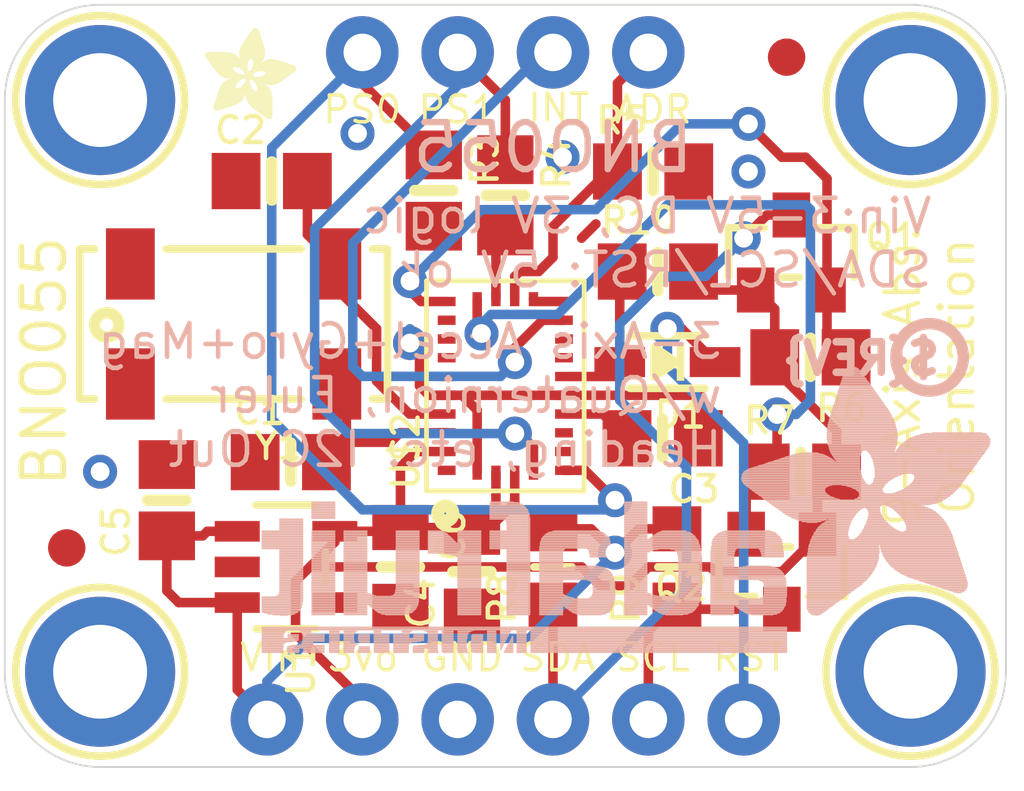
<source format=kicad_pcb>
(kicad_pcb (version 20221018) (generator pcbnew)
  (layers (0 "F.Cu" signal) (31 "B.Cu" signal) (34 "B.Paste" user) (35 "F.Paste" user) (36 "B.SilkS" user "B.Silkscreen") (37 "F.SilkS" user "F.Silkscreen") (38 "B.Mask" user) (39 "F.Mask" user) (44 "Edge.Cuts" user))
  (net 0 "")
  (net 1 "PS1_3V")
  (net 2 "PS0_3V")
  (net 3 "NRESET_3V")
  (net 4 "INT_3V")
  (net 5 "GND")
  (net 6 "I2CADDR_3V")
  (net 7 "SDA_3V")
  (net 8 "SCL_3V")
  (net 9 "N$1")
  (net 10 "N$2")
  (net 11 "N$3")
  (net 12 "5.0V")
  (net 13 "SDA_5V")
  (net 14 "SCL_5V")
  (net 15 "3.3V")
  (net 16 "RST_5V")
  (footprint "Adafruit BNO055:SOT23-5" (layer "F.Cu") (at 142.6591 109.8296 -90)
    (fp_text reference "U1" (at 1.978 0 90) (layer "F.SilkS") (effects (font (size 0.692831 0.692831) (thickness 0.119969)) (justify right top)))
    (fp_text value "MIC5225-3.3")
    (pad "1" smd rect (at -0.95 1.3001 270) (size 0.55 1.2) (layers "F.Cu" "F.Paste" "F.Mask") (net 12 "5.0V"))
    (pad "2" smd rect (at 0 1.3001 270) (size 0.55 1.2) (layers "F.Cu" "F.Paste" "F.Mask") (net 5 "GND"))
    (pad "3" smd rect (at 0.95 1.3001 270) (size 0.55 1.2) (layers "F.Cu" "F.Paste" "F.Mask") (net 12 "5.0V"))
    (pad "4" smd rect (at 0.95 -1.3001 270) (size 0.55 1.2) (layers "F.Cu" "F.Paste" "F.Mask"))
    (pad "5" smd rect (at -0.95 -1.3001 270) (size 0.55 1.2) (layers "F.Cu" "F.Paste" "F.Mask") (net 15 "3.3V"))
  )
  (footprint "Adafruit BNO055:CRYSTAL_8X3.8" (layer "F.Cu") (at 141.2621 103.3526 180)
    (fp_text reference "Y1" (at -1.9 -2.854) (layer "F.SilkS") (effects (font (size 0.692831 0.692831) (thickness 0.119969)) (justify right top)))
    (fp_text value "32.768kHz")
    (pad "P$1" smd rect (at -2.75 1.6 180) (size 1.3 1.9) (layers "F.Cu" "F.Paste" "F.Mask") (net 10 "N$2"))
    (pad "P$2" smd rect (at 2.75 1.6 180) (size 1.3 1.9) (layers "F.Cu" "F.Paste" "F.Mask"))
    (pad "P$3" smd rect (at 2.75 -1.6 180) (size 1.3 1.9) (layers "F.Cu" "F.Paste" "F.Mask"))
    (pad "P$4" smd rect (at -2.75 -1.6 180) (size 1.3 1.9) (layers "F.Cu" "F.Paste" "F.Mask") (net 9 "N$1"))
  )
  (footprint "Adafruit BNO055:MOUNTINGHOLE_2.5_PLATED_THICK" (layer "F.Cu") (at 159.2961 112.6236)
    (fp_text reference "U$32" hide)
    (fp_text value "MOUNTINGHOLE2.5_THICK" hide)
    (pad "P$1" thru_hole circle (at 0 0) (size 4 4) (drill 2.5) (layers "*.Cu" "*.Mask"))
  )
  (footprint "Adafruit BNO055:MOUNTINGHOLE_2.5_PLATED_THICK" (layer "F.Cu") (at 137.7061 112.6236)
    (fp_text reference "U$30" hide)
    (fp_text value "MOUNTINGHOLE2.5_THICK" hide)
    (pad "P$1" thru_hole circle (at 0 0) (size 4 4) (drill 2.5) (layers "*.Cu" "*.Mask"))
  )
  (footprint "Adafruit BNO055:ADAFRUIT_2.5MM" (layer "F.Cu") (at 140.5001 97.8916)
    (fp_text reference "U$33" hide)
    (fp_text value "" hide)
  )
  (footprint "Adafruit BNO055:BNO055" (layer "F.Cu") (at 148.5011 105.0036 90)
    (fp_text reference "U$2" (at -2.84 -2.248 90) (layer "F.SilkS") (effects (font (size 0.692831 0.692831) (thickness 0.119969)) (justify left bottom)))
    (fp_text value "BNO055")
    (pad "1" smd rect (at -2.25 -1.5625 90) (size 0.25 0.475) (layers "F.Cu" "F.Paste" "F.Mask"))
    (pad "2" smd rect (at -2.3125 -0.75 90) (size 0.375 0.25) (layers "F.Cu" "F.Paste" "F.Mask") (net 5 "GND"))
    (pad "3" smd rect (at -2.3125 -0.25 90) (size 0.375 0.25) (layers "F.Cu" "F.Paste" "F.Mask") (net 15 "3.3V"))
    (pad "4" smd rect (at -2.3125 0.25 90) (size 0.375 0.25) (layers "F.Cu" "F.Paste" "F.Mask") (net 15 "3.3V"))
    (pad "5" smd rect (at -2.3125 0.75 90) (size 0.375 0.25) (layers "F.Cu" "F.Paste" "F.Mask") (net 1 "PS1_3V"))
    (pad "6" smd rect (at -2.25 1.5625 90) (size 0.25 0.475) (layers "F.Cu" "F.Paste" "F.Mask") (net 2 "PS0_3V"))
    (pad "7" smd rect (at -1.75 1.5625 90) (size 0.25 0.475) (layers "F.Cu" "F.Paste" "F.Mask"))
    (pad "8" smd rect (at -1.25 1.5625 90) (size 0.25 0.475) (layers "F.Cu" "F.Paste" "F.Mask"))
    (pad "9" smd rect (at -0.75 1.5625 90) (size 0.25 0.475) (layers "F.Cu" "F.Paste" "F.Mask") (net 11 "N$3"))
    (pad "10" smd rect (at -0.25 1.5625 90) (size 0.25 0.475) (layers "F.Cu" "F.Paste" "F.Mask") (net 5 "GND"))
    (pad "11" smd rect (at 0.25 1.5625 90) (size 0.25 0.475) (layers "F.Cu" "F.Paste" "F.Mask") (net 3 "NRESET_3V"))
    (pad "12" smd rect (at 0.75 1.5625 90) (size 0.25 0.475) (layers "F.Cu" "F.Paste" "F.Mask"))
    (pad "13" smd rect (at 1.25 1.5625 90) (size 0.25 0.475) (layers "F.Cu" "F.Paste" "F.Mask"))
    (pad "14" smd rect (at 1.75 1.5625 90) (size 0.25 0.475) (layers "F.Cu" "F.Paste" "F.Mask") (net 4 "INT_3V"))
    (pad "15" smd rect (at 2.25 1.5625 90) (size 0.25 0.475) (layers "F.Cu" "F.Paste" "F.Mask") (net 5 "GND"))
    (pad "16" smd rect (at 2.3125 0.75 90) (size 0.375 0.25) (layers "F.Cu" "F.Paste" "F.Mask") (net 5 "GND"))
    (pad "17" smd rect (at 2.3125 0.25 90) (size 0.375 0.25) (layers "F.Cu" "F.Paste" "F.Mask") (net 6 "I2CADDR_3V"))
    (pad "18" smd rect (at 2.3125 -0.25 90) (size 0.375 0.25) (layers "F.Cu" "F.Paste" "F.Mask") (net 5 "GND"))
    (pad "19" smd rect (at 2.3125 -0.75 90) (size 0.375 0.25) (layers "F.Cu" "F.Paste" "F.Mask") (net 8 "SCL_3V"))
    (pad "20" smd rect (at 2.25 -1.5625 90) (size 0.25 0.475) (layers "F.Cu" "F.Paste" "F.Mask") (net 7 "SDA_3V"))
    (pad "21" smd rect (at 1.75 -1.5625 90) (size 0.25 0.475) (layers "F.Cu" "F.Paste" "F.Mask"))
    (pad "22" smd rect (at 1.25 -1.5625 90) (size 0.25 0.475) (layers "F.Cu" "F.Paste" "F.Mask"))
    (pad "23" smd rect (at 0.75 -1.5625 90) (size 0.25 0.475) (layers "F.Cu" "F.Paste" "F.Mask"))
    (pad "24" smd rect (at 0.25 -1.5625 90) (size 0.25 0.475) (layers "F.Cu" "F.Paste" "F.Mask"))
    (pad "25" smd rect (at -0.25 -1.5625 90) (size 0.25 0.475) (layers "F.Cu" "F.Paste" "F.Mask") (net 5 "GND"))
    (pad "26" smd rect (at -0.75 -1.5625 90) (size 0.25 0.475) (layers "F.Cu" "F.Paste" "F.Mask") (net 10 "N$2"))
    (pad "27" smd rect (at -1.25 -1.5625 90) (size 0.25 0.475) (layers "F.Cu" "F.Paste" "F.Mask") (net 9 "N$1"))
    (pad "28" smd rect (at -1.75 -1.5625 90) (size 0.25 0.475) (layers "F.Cu" "F.Paste" "F.Mask") (net 15 "3.3V"))
  )
  (footprint "Adafruit BNO055:0805-NO" (layer "F.Cu") (at 142.2781 99.5426)
    (fp_text reference "C2" (at -1.5875 -0.9525) (layer "F.SilkS") (effects (font (size 0.692831 0.692831) (thickness 0.119969)) (justify left bottom)))
    (fp_text value "22pF")
    (pad "1" smd rect (at -0.95 0) (size 1.3 1.5) (layers "F.Cu" "F.Paste" "F.Mask") (net 5 "GND"))
    (pad "2" smd rect (at 0.95 0) (size 1.3 1.5) (layers "F.Cu" "F.Paste" "F.Mask") (net 10 "N$2"))
  )
  (footprint "Adafruit BNO055:SOD-323" (layer "F.Cu") (at 152.8191 104.3686 180)
    (fp_text reference "D1" (at -1.1 -1) (layer "F.SilkS") (effects (font (size 0.692831 0.692831) (thickness 0.119969)) (justify right top)))
    (fp_text value "1n4148")
    (pad "A" smd rect (at 1.27 0 180) (size 1.35 0.8) (layers "F.Cu" "F.Paste" "F.Mask") (net 3 "NRESET_3V"))
    (pad "C" smd rect (at -1.27 0 180) (size 1.35 0.8) (layers "F.Cu" "F.Paste" "F.Mask") (net 16 "RST_5V"))
  )
  (footprint "Adafruit BNO055:0805-NO" (layer "F.Cu") (at 152.5651 101.9556)
    (fp_text reference "R10" (at -1.5875 -0.9525) (layer "F.SilkS") (effects (font (size 0.692831 0.692831) (thickness 0.119969)) (justify left bottom)))
    (fp_text value "10K")
    (pad "1" smd rect (at -0.95 0) (size 1.3 1.5) (layers "F.Cu" "F.Paste" "F.Mask") (net 3 "NRESET_3V"))
    (pad "2" smd rect (at 0.95 0) (size 1.3 1.5) (layers "F.Cu" "F.Paste" "F.Mask") (net 15 "3.3V"))
  )
  (footprint "Adafruit BNO055:0805-NO" (layer "F.Cu") (at 152.4381 99.2886)
    (fp_text reference "R5" (at -1.5875 -0.9525) (layer "F.SilkS") (effects (font (size 0.692831 0.692831) (thickness 0.119969)) (justify left bottom)))
    (fp_text value "10K")
    (pad "1" smd rect (at -0.95 0) (size 1.3 1.5) (layers "F.Cu" "F.Paste" "F.Mask") (net 6 "I2CADDR_3V"))
    (pad "2" smd rect (at 0.95 0) (size 1.3 1.5) (layers "F.Cu" "F.Paste" "F.Mask") (net 5 "GND"))
  )
  (footprint "Adafruit BNO055:0805_10MGAP" (layer "F.Cu") (at 147.6121 109.9566 90)
    (fp_text reference "C4" (at -1.5875 -0.9525 90) (layer "F.SilkS") (effects (font (size 0.692831 0.692831) (thickness 0.119969)) (justify left bottom)))
    (fp_text value "0.1uF")
    (pad "1" smd rect (at -1.05 0 90) (size 1.2 1.5) (layers "F.Cu" "F.Paste" "F.Mask") (net 5 "GND"))
    (pad "2" smd rect (at 1.05 0 90) (size 1.2 1.5) (layers "F.Cu" "F.Paste" "F.Mask") (net 15 "3.3V"))
  )
  (footprint "Adafruit BNO055:FIDUCIAL_1MM" (layer "F.Cu") (at 136.8171 109.3216)
    (fp_text reference "FID2" hide)
    (fp_text value "FIDUCIAL\"\"" hide)
    (pad "1" smd roundrect (at 0 0) (size 1 1) (layers "F.Cu" "F.Mask") (roundrect_rratio 0.5))
  )
  (footprint "Adafruit BNO055:_0805MP" (layer "F.Cu") (at 149.7711 109.8296 90)
    (fp_text reference "R8" (at -1.5875 -0.9525 90) (layer "F.SilkS") (effects (font (size 0.692831 0.692831) (thickness 0.119969)) (justify left bottom)))
    (fp_text value "10K")
    (pad "1" smd rect (at -1.016 0 90) (size 1.2 1.3) (layers "F.Cu" "F.Paste" "F.Mask") (net 13 "SDA_5V"))
    (pad "2" smd rect (at 1.016 0 90) (size 1.2 1.3) (layers "F.Cu" "F.Paste" "F.Mask") (net 12 "5.0V"))
  )
  (footprint "Adafruit BNO055:MOUNTINGHOLE_2.5_PLATED_THICK" (layer "F.Cu") (at 137.7061 97.3836)
    (fp_text reference "U$29" hide)
    (fp_text value "MOUNTINGHOLE2.5_THICK" hide)
    (pad "P$1" thru_hole circle (at 0 0) (size 4 4) (drill 2.5) (layers "*.Cu" "*.Mask"))
  )
  (footprint "Adafruit BNO055:0805-NO" (layer "F.Cu") (at 142.7861 107.0356)
    (fp_text reference "C1" (at -1.5875 -0.9525) (layer "F.SilkS") (effects (font (size 0.692831 0.692831) (thickness 0.119969)) (justify left bottom)))
    (fp_text value "22pF")
    (pad "1" smd rect (at -0.95 0) (size 1.3 1.5) (layers "F.Cu" "F.Paste" "F.Mask") (net 5 "GND"))
    (pad "2" smd rect (at 0.95 0) (size 1.3 1.5) (layers "F.Cu" "F.Paste" "F.Mask") (net 9 "N$1"))
  )
  (footprint "Adafruit BNO055:1X04_ROUND_76" (layer "F.Cu") (at 148.5011 96.1136)
    (fp_text reference "JP2" hide)
    (fp_text value "")
    (pad "1" thru_hole circle (at -3.81 0 90) (size 1.9304 1.9304) (drill 1) (layers "*.Cu" "*.Mask") (net 2 "PS0_3V"))
    (pad "2" thru_hole circle (at -1.27 0 90) (size 1.9304 1.9304) (drill 1) (layers "*.Cu" "*.Mask") (net 1 "PS1_3V"))
    (pad "3" thru_hole circle (at 1.27 0 90) (size 1.9304 1.9304) (drill 1) (layers "*.Cu" "*.Mask") (net 4 "INT_3V"))
    (pad "4" thru_hole circle (at 3.81 0 90) (size 1.9304 1.9304) (drill 1) (layers "*.Cu" "*.Mask") (net 6 "I2CADDR_3V"))
  )
  (footprint "Adafruit BNO055:_0805MP" (layer "F.Cu") (at 153.0731 109.8296 90)
    (fp_text reference "R9" (at -1.5875 -0.9525 90) (layer "F.SilkS") (effects (font (size 0.692831 0.692831) (thickness 0.119969)) (justify left bottom)))
    (fp_text value "10K")
    (pad "1" smd rect (at -1.016 0 90) (size 1.2 1.3) (layers "F.Cu" "F.Paste" "F.Mask") (net 14 "SCL_5V"))
    (pad "2" smd rect (at 1.016 0 90) (size 1.2 1.3) (layers "F.Cu" "F.Paste" "F.Mask") (net 12 "5.0V"))
  )
  (footprint "Adafruit BNO055:0805-NO" (layer "F.Cu") (at 156.3751 107.2896)
    (fp_text reference "R7" (at -1.5875 -0.9525) (layer "F.SilkS") (effects (font (size 0.692831 0.692831) (thickness 0.119969)) (justify left bottom)))
    (fp_text value "10K")
    (pad "1" smd rect (at -0.95 0) (size 1.3 1.5) (layers "F.Cu" "F.Paste" "F.Mask") (net 8 "SCL_3V"))
    (pad "2" smd rect (at 0.95 0) (size 1.3 1.5) (layers "F.Cu" "F.Paste" "F.Mask") (net 15 "3.3V"))
  )
  (footprint "Adafruit BNO055:0805-NO" (layer "F.Cu") (at 146.5961 99.7966 -90)
    (fp_text reference "R3" (at -1.5875 -0.9525 90) (layer "F.SilkS") (effects (font (size 0.692831 0.692831) (thickness 0.119969)) (justify right top)))
    (fp_text value "10K")
    (pad "1" smd rect (at -0.95 0 270) (size 1.3 1.5) (layers "F.Cu" "F.Paste" "F.Mask") (net 2 "PS0_3V"))
    (pad "2" smd rect (at 0.95 0 270) (size 1.3 1.5) (layers "F.Cu" "F.Paste" "F.Mask") (net 5 "GND"))
  )
  (footprint "Adafruit BNO055:0805_10MGAP" (layer "F.Cu") (at 145.7071 109.8296 -90)
    (fp_text reference "C6" (at -1.5875 -0.9525 90) (layer "F.SilkS") (effects (font (size 0.692831 0.692831) (thickness 0.119969)) (justify right top)))
    (fp_text value "10uF")
    (pad "1" smd rect (at -1.05 0 270) (size 1.2 1.5) (layers "F.Cu" "F.Paste" "F.Mask") (net 15 "3.3V"))
    (pad "2" smd rect (at 1.05 0 270) (size 1.2 1.5) (layers "F.Cu" "F.Paste" "F.Mask") (net 5 "GND"))
  )
  (footprint "Adafruit BNO055:MOUNTINGHOLE_2.5_PLATED_THICK" (layer "F.Cu") (at 159.2961 97.3836)
    (fp_text reference "U$31" hide)
    (fp_text value "MOUNTINGHOLE2.5_THICK" hide)
    (pad "P$1" thru_hole circle (at 0 0) (size 4 4) (drill 2.5) (layers "*.Cu" "*.Mask"))
  )
  (footprint "Adafruit BNO055:SOT23-WIDE" (layer "F.Cu") (at 155.8671 109.9566 180)
    (fp_text reference "Q2" (at 1.905 0) (layer "F.SilkS") (effects (font (size 0.692831 0.692831) (thickness 0.119969)) (justify right top)))
    (fp_text value "BSS138")
    (pad "1" smd rect (at -0.95 1 180) (size 1 1.2) (layers "F.Cu" "F.Paste" "F.Mask") (net 15 "3.3V"))
    (pad "2" smd rect (at 0.95 1 180) (size 1 1.2) (layers "F.Cu" "F.Paste" "F.Mask") (net 8 "SCL_3V"))
    (pad "3" smd rect (at 0 -1 180) (size 1 1.2) (layers "F.Cu" "F.Paste" "F.Mask") (net 14 "SCL_5V"))
  )
  (footprint "Adafruit BNO055:0805-NO" (layer "F.Cu") (at 152.6921 106.4006 180)
    (fp_text reference "C3" (at -1.5875 -0.9525) (layer "F.SilkS") (effects (font (size 0.692831 0.692831) (thickness 0.119969)) (justify right top)))
    (fp_text value "0.1uF")
    (pad "1" smd rect (at -0.95 0 180) (size 1.3 1.5) (layers "F.Cu" "F.Paste" "F.Mask") (net 5 "GND"))
    (pad "2" smd rect (at 0.95 0 180) (size 1.3 1.5) (layers "F.Cu" "F.Paste" "F.Mask") (net 11 "N$3"))
  )
  (footprint "Adafruit BNO055:0805-NO" (layer "F.Cu") (at 148.5011 99.9236 -90)
    (fp_text reference "R4" (at -1.5875 -0.9525 90) (layer "F.SilkS") (effects (font (size 0.692831 0.692831) (thickness 0.119969)) (justify right top)))
    (fp_text value "10K")
    (pad "1" smd rect (at -0.95 0 270) (size 1.3 1.5) (layers "F.Cu" "F.Paste" "F.Mask") (net 1 "PS1_3V"))
    (pad "2" smd rect (at 0.95 0 270) (size 1.3 1.5) (layers "F.Cu" "F.Paste" "F.Mask") (net 5 "GND"))
  )
  (footprint "Adafruit BNO055:1X06_ROUND_76" (layer "F.Cu") (at 148.5011 113.8936)
    (fp_text reference "JP1" hide)
    (fp_text value "")
    (pad "1" thru_hole circle (at -6.35 0 90) (size 1.9304 1.9304) (drill 1) (layers "*.Cu" "*.Mask") (net 12 "5.0V"))
    (pad "2" thru_hole circle (at -3.81 0 90) (size 1.9304 1.9304) (drill 1) (layers "*.Cu" "*.Mask") (net 15 "3.3V"))
    (pad "3" thru_hole circle (at -1.27 0 90) (size 1.9304 1.9304) (drill 1) (layers "*.Cu" "*.Mask") (net 5 "GND"))
    (pad "4" thru_hole circle (at 1.27 0 90) (size 1.9304 1.9304) (drill 1) (layers "*.Cu" "*.Mask") (net 13 "SDA_5V"))
    (pad "5" thru_hole circle (at 3.81 0 90) (size 1.9304 1.9304) (drill 1) (layers "*.Cu" "*.Mask") (net 14 "SCL_5V"))
    (pad "6" thru_hole circle (at 6.35 0 90) (size 1.9304 1.9304) (drill 1) (layers "*.Cu" "*.Mask") (net 16 "RST_5V"))
  )
  (footprint "Adafruit BNO055:SOT23-WIDE" (layer "F.Cu") (at 156.1211 101.4476)
    (fp_text reference "Q1" (at 1.905 0) (layer "F.SilkS") (effects (font (size 0.692831 0.692831) (thickness 0.119969)) (justify left bottom)))
    (fp_text value "BSS138")
    (pad "1" smd rect (at -0.95 1) (size 1 1.2) (layers "F.Cu" "F.Paste" "F.Mask") (net 15 "3.3V"))
    (pad "2" smd rect (at 0.95 1) (size 1 1.2) (layers "F.Cu" "F.Paste" "F.Mask") (net 7 "SDA_3V"))
    (pad "3" smd rect (at 0 -1) (size 1 1.2) (layers "F.Cu" "F.Paste" "F.Mask") (net 13 "SDA_5V"))
  )
  (footprint "Adafruit BNO055:0805-NO" (layer "F.Cu") (at 139.4841 108.0516 90)
    (fp_text reference "C5" (at -1.5875 -0.9525 90) (layer "F.SilkS") (effects (font (size 0.692831 0.692831) (thickness 0.119969)) (justify left bottom)))
    (fp_text value "10uF")
    (pad "1" smd rect (at -0.95 0 90) (size 1.3 1.5) (layers "F.Cu" "F.Paste" "F.Mask") (net 12 "5.0V"))
    (pad "2" smd rect (at 0.95 0 90) (size 1.3 1.5) (layers "F.Cu" "F.Paste" "F.Mask") (net 5 "GND"))
  )
  (footprint "Adafruit BNO055:FIDUCIAL_1MM" (layer "F.Cu") (at 155.9941 96.2406)
    (fp_text reference "FID1" hide)
    (fp_text value "FIDUCIAL\"\"" hide)
    (pad "1" smd roundrect (at 0 0) (size 1 1) (layers "F.Cu" "F.Mask") (roundrect_rratio 0.5))
  )
  (footprint "Adafruit BNO055:0805-NO" (layer "F.Cu") (at 156.6291 104.2416 180)
    (fp_text reference "R6" (at -1.5875 -0.9525) (layer "F.SilkS") (effects (font (size 0.692831 0.692831) (thickness 0.119969)) (justify right top)))
    (fp_text value "10K")
    (pad "1" smd rect (at -0.95 0 180) (size 1.3 1.5) (layers "F.Cu" "F.Paste" "F.Mask") (net 7 "SDA_3V"))
    (pad "2" smd rect (at 0.95 0 180) (size 1.3 1.5) (layers "F.Cu" "F.Paste" "F.Mask") (net 15 "3.3V"))
  )
  (footprint "Adafruit BNO055:PCBFEAT-REV-040" (layer "B.Cu") (at 159.8041 104.2416 180)
    (fp_text reference "U$3" hide)
    (fp_text value "" hide)
    (fp_text user "${REV}" (at -0.3556 -0.508) (layer "B.SilkS") (effects (font (size 0.8128 0.8128) (thickness 0.2032)) (justify left bottom mirror)))
  )
  (footprint "Adafruit BNO055:ADAFRUIT_TEXT_20MM" (layer "B.Cu") (at 161.5821 112.1156 180)
    (fp_text reference "U$28" hide)
    (fp_text value "" hide)
  )
  (gr_line (start 135.1661 112.6236) (end 135.1661 97.3836) (stroke (width 0.05)) (layer "Edge.Cuts"))
  (gr_arc (start 137.7061 115.1636) (mid 135.910049 114.419651) (end 135.1661 112.6236) (stroke (width 0.05)) (layer "Edge.Cuts"))
  (gr_arc (start 161.8361 112.6236) (mid 161.092151 114.419651) (end 159.2961 115.1636) (stroke (width 0.05)) (layer "Edge.Cuts"))
  (gr_line (start 159.2961 115.1636) (end 137.7061 115.1636) (stroke (width 0.05)) (layer "Edge.Cuts"))
  (gr_arc (start 159.2961 94.8436) (mid 161.092151 95.587549) (end 161.8361 97.3836) (stroke (width 0.05)) (layer "Edge.Cuts"))
  (gr_line (start 161.8361 97.3836) (end 161.8361 112.6236) (stroke (width 0.05)) (layer "Edge.Cuts"))
  (gr_line (start 137.7061 94.8436) (end 159.2961 94.8436) (stroke (width 0.05)) (layer "Edge.Cuts"))
  (gr_arc (start 135.1661 97.3836) (mid 135.910049 95.587549) (end 137.7061 94.8436) (stroke (width 0.05)) (layer "Edge.Cuts"))
  (gr_text "Vin:3-5V DC, 3V logic\nSDA/SCL/RST: 5V ok" (at 159.9311 101.1936) (layer "B.SilkS") (effects (font (size 0.89408 0.89408) (thickness 0.12192)) (justify left mirror)))
  (gr_text "BNO055" (at 149.7711 98.6536) (layer "B.SilkS") (effects (font (size 1.251712 1.251712) (thickness 0.170688)) (justify mirror)))
  (gr_text "3-Axis Accel+Gyro+Mag\nw/Quaternion, Euler\nHeading, etc. I2C Out" (at 154.3431 105.2576) (layer "B.SilkS") (effects (font (size 0.89408 0.89408) (thickness 0.12192)) (justify left mirror)))
  (gr_text "PS0" (at 144.6861 97.6376) (layer "F.SilkS") (effects (font (size 0.715264 0.715264) (thickness 0.097536))))
  (gr_text "Vin" (at 142.2401 112.2426) (layer "F.SilkS") (effects (font (size 0.715264 0.715264) (thickness 0.097536))))
  (gr_text "GND" (at 147.3531 112.2426) (layer "F.SilkS") (effects (font (size 0.715264 0.715264) (thickness 0.097536))))
  (gr_text "9-Axis Abs.\nOrientation" (at 159.8041 104.7496 90) (layer "F.SilkS") (effects (font (size 0.89408 0.89408) (thickness 0.12192))))
  (gr_text "BNO055" (at 136.2161 104.3466 90) (layer "F.SilkS") (effects (font (size 1.1176 1.1176) (thickness 0.1524))))
  (gr_text "PS1" (at 147.2261 97.6376) (layer "F.SilkS") (effects (font (size 0.715264 0.715264) (thickness 0.097536))))
  (gr_text "SCL" (at 152.4331 112.2426) (layer "F.SilkS") (effects (font (size 0.715264 0.715264) (thickness 0.097536))))
  (gr_text "SDA" (at 149.8931 112.2426) (layer "F.SilkS") (effects (font (size 0.715264 0.715264) (thickness 0.097536))))
  (gr_text "RST" (at 155.0131 112.2426) (layer "F.SilkS") (effects (font (size 0.715264 0.715264) (thickness 0.097536))))
  (gr_text "3vo" (at 144.7131 112.2426) (layer "F.SilkS") (effects (font (size 0.715264 0.715264) (thickness 0.097536))))
  (gr_text "ADR" (at 152.4471 97.6376) (layer "F.SilkS") (effects (font (size 0.715264 0.715264) (thickness 0.097536))))
  (gr_text "INT" (at 149.9241 97.5896) (layer "F.SilkS") (effects (font (size 0.715264 0.715264) (thickness 0.097536))))
  (segment (start 149.2511 107.3161) (end 149.2511 106.6426) (width 0.254) (layer "F.Cu") (net 1))
  (segment (start 149.2511 106.6426) (end 148.8821 106.2736) (width 0.254) (layer "F.Cu") (net 1))
  (segment (start 147.2311 96.1136) (end 148.5011 97.3836) (width 0.254) (layer "F.Cu") (net 1))
  (segment (start 148.8821 106.2736) (end 148.7551 106.2736) (width 0.254) (layer "F.Cu") (net 1))
  (segment (start 148.5011 97.3836) (end 148.5011 98.9736) (width 0.254) (layer "F.Cu") (net 1))
  (via (at 148.7551 106.2736) (size 0.9064) (drill 0.5) (layers "F.Cu" "B.Cu") (net 1))
  (segment (start 143.4211 100.8126) (end 147.2311 97.0026) (width 0.254) (layer "B.Cu") (net 1))
  (segment (start 148.7551 106.2736) (end 144.3101 106.2736) (width 0.254) (layer "B.Cu") (net 1))
  (segment (start 143.4211 105.3846) (end 143.4211 100.8126) (width 0.254) (layer "B.Cu") (net 1))
  (segment (start 147.2311 97.0026) (end 147.2311 96.1136) (width 0.254) (layer "B.Cu") (net 1))
  (segment (start 144.3101 106.2736) (end 143.4211 105.3846) (width 0.254) (layer "B.Cu") (net 1))
  (segment (start 144.6911 96.1136) (end 144.6911 96.9416) (width 0.254) (layer "F.Cu") (net 2))
  (segment (start 144.6911 96.9416) (end 146.5961 98.8466) (width 0.254) (layer "F.Cu") (net 2))
  (segment (start 150.6241 107.2536) (end 151.4221 108.0516) (width 0.254) (layer "F.Cu") (net 2))
  (segment (start 150.0636 107.2536) (end 150.6241 107.2536) (width 0.254) (layer "F.Cu") (net 2))
  (via (at 151.4221 108.0516) (size 0.9064) (drill 0.5) (layers "F.Cu" "B.Cu") (net 2))
  (segment (start 151.1681 108.3056) (end 151.4221 108.0516) (width 0.254) (layer "B.Cu") (net 2))
  (segment (start 144.6911 96.2406) (end 142.2781 98.6536) (width 0.254) (layer "B.Cu") (net 2))
  (segment (start 142.2781 105.8926) (end 144.6911 108.3056) (width 0.254) (layer "B.Cu") (net 2))
  (segment (start 144.6911 108.3056) (end 151.1681 108.3056) (width 0.254) (layer "B.Cu") (net 2))
  (segment (start 144.6911 96.1136) (end 144.6911 96.2406) (width 0.254) (layer "B.Cu") (net 2))
  (segment (start 142.2781 98.6536) (end 142.2781 105.8926) (width 0.254) (layer "B.Cu") (net 2))
  (segment (start 151.5491 104.6226) (end 151.5491 104.3686) (width 0.254) (layer "F.Cu") (net 3))
  (segment (start 151.6151 101.9556) (end 151.5491 101.8896) (width 0.254) (layer "F.Cu") (net 3))
  (segment (start 150.0636 104.7536) (end 151.4181 104.7536) (width 0.254) (layer "F.Cu") (net 3))
  (segment (start 151.5491 101.8896) (end 151.5491 104.3686) (width 0.254) (layer "F.Cu") (net 3))
  (segment (start 151.4181 104.7536) (end 151.5491 104.6226) (width 0.254) (layer "F.Cu") (net 3))
  (segment (start 149.4891 103.2536) (end 148.7551 103.9876) (width 0.254) (layer "F.Cu") (net 4))
  (segment (start 148.7551 103.9876) (end 148.7551 104.3686) (width 0.254) (layer "F.Cu") (net 4))
  (segment (start 150.0636 103.2536) (end 149.4891 103.2536) (width 0.254) (layer "F.Cu") (net 4))
  (via (at 148.7551 104.3686) (size 0.9064) (drill 0.5) (layers "F.Cu" "B.Cu") (net 4))
  (segment (start 144.4371 101.1936) (end 149.5171 96.1136) (width 0.254) (layer "B.Cu") (net 4))
  (segment (start 144.4371 104.4956) (end 144.4371 101.1936) (width 0.254) (layer "B.Cu") (net 4))
  (segment (start 148.3741 104.7496) (end 148.7551 104.3686) (width 0.254) (layer "B.Cu") (net 4))
  (segment (start 144.6911 104.7496) (end 144.4371 104.4956) (width 0.254) (layer "B.Cu") (net 4))
  (segment (start 144.6911 104.7496) (end 148.3741 104.7496) (width 0.254) (layer "B.Cu") (net 4))
  (segment (start 149.5171 96.1136) (end 149.7711 96.1136) (width 0.254) (layer "B.Cu") (net 4))
  (segment (start 150.0636 105.2536) (end 153.7041 105.2536) (width 0.254) (layer "F.Cu") (net 5))
  (segment (start 153.7081 105.2576) (end 153.7081 106.3346) (width 0.254) (layer "F.Cu") (net 5))
  (segment (start 150.0636 105.2536) (end 147.4891 105.2536) (width 0.254) (layer "F.Cu") (net 5))
  (segment (start 146.9386 105.2536) (end 146.4651 105.2536) (width 0.254) (layer "F.Cu") (net 5))
  (segment (start 147.3541 105.2536) (end 146.9386 105.2536) (width 0.254) (layer "F.Cu") (net 5))
  (segment (start 149.2511 102.6911) (end 149.3136 102.7536) (width 0.254) (layer "F.Cu") (net 5))
  (segment (start 153.0731 99.2886) (end 153.3881 99.2886) (width 0.254) (layer "F.Cu") (net 5))
  (segment (start 148.2511 101.1236) (end 148.5011 100.8736) (width 0.254) (layer "F.Cu") (net 5))
  (segment (start 146.4651 105.2536) (end 146.2151 105.0036) (width 0.254) (layer "F.Cu") (net 5))
  (segment (start 149.3136 102.7536) (end 150.0636 102.7536) (width 0.254) (layer "F.Cu") (net 5))
  (segment (start 153.7081 106.3346) (end 153.6421 106.4006) (width 0.254) (layer "F.Cu") (net 5))
  (segment (start 147.4216 105.3211) (end 147.3541 105.2536) (width 0.254) (layer "F.Cu") (net 5))
  (segment (start 147.7511 105.6506) (end 147.4216 105.3211) (width 0.254) (layer "F.Cu") (net 5))
  (segment (start 150.5331 101.0666) (end 150.9141 100.6856) (width 0.254) (layer "F.Cu") (net 5))
  (segment (start 148.2511 102.6911) (end 148.2511 101.1236) (width 0.254) (layer "F.Cu") (net 5))
  (segment (start 146.2151 105.0036) (end 146.2151 103.9876) (width 0.254) (layer "F.Cu") (net 5))
  (segment (start 147.4891 105.2536) (end 147.4216 105.3211) (width 0.254) (layer "F.Cu") (net 5))
  (segment (start 153.7041 105.2536) (end 153.7081 105.2576) (width 0.254) (layer "F.Cu") (net 5))
  (segment (start 147.7511 107.3161) (end 147.7511 105.6506) (width 0.254) (layer "F.Cu") (net 5))
  (via (at 137.7061 107.2896) (size 0.9064) (drill 0.5) (layers "F.Cu" "B.Cu") (net 5))
  (via (at 144.5641 98.2726) (size 0.9064) (drill 0.5) (layers "F.Cu" "B.Cu") (net 5))
  (via (at 154.9781 99.2886) (size 0.9064) (drill 0.5) (layers "F.Cu" "B.Cu") (net 5))
  (via (at 150.0251 98.9076) (size 0.9064) (drill 0.5) (layers "F.Cu" "B.Cu") (net 5))
  (via (at 145.9611 103.8606) (size 0.9064) (drill 0.5) (layers "F.Cu" "B.Cu") (net 5))
  (segment (start 146.0881 103.6066) (end 145.9611 103.4796) (width 0.254) (layer "B.Cu") (net 5))
  (segment (start 151.2341 99.2886) (end 151.4881 99.2886) (width 0.254) (layer "F.Cu") (net 6))
  (segment (start 148.7511 102.0866) (end 148.7511 102.6911) (width 0.254) (layer "F.Cu") (net 6))
  (segment (start 149.3901 101.9556) (end 149.7711 101.5746) (width 0.254) (layer "F.Cu") (net 6))
  (segment (start 149.7711 101.5746) (end 149.7711 100.7516) (width 0.254) (layer "F.Cu") (net 6))
  (segment (start 149.3901 101.9556) (end 148.8821 101.9556) (width 0.254) (layer "F.Cu") (net 6))
  (segment (start 151.4881 99.2886) (end 151.4881 96.9366) (width 0.254) (layer "F.Cu") (net 6))
  (segment (start 151.4881 96.9366) (end 152.3111 96.1136) (width 0.254) (layer "F.Cu") (net 6))
  (segment (start 148.8821 101.9556) (end 148.7511 102.0866) (width 0.254) (layer "F.Cu") (net 6))
  (segment (start 149.7711 100.7516) (end 151.2341 99.2886) (width 0.254) (layer "F.Cu") (net 6))
  (segment (start 157.0711 102.4476) (end 157.0711 99.4766) (width 0.254) (layer "F.Cu") (net 7))
  (segment (start 145.9611 102.4636) (end 145.9611 102.2096) (width 0.254) (layer "F.Cu") (net 7))
  (segment (start 146.2511 102.7536) (end 145.9611 102.4636) (width 0.254) (layer "F.Cu") (net 7))
  (segment (start 157.0711 99.4766) (end 156.5021 98.9076) (width 0.254) (layer "F.Cu") (net 7))
  (segment (start 157.0711 103.7336) (end 157.0711 102.4476) (width 0.254) (layer "F.Cu") (net 7))
  (segment (start 157.5791 104.2416) (end 157.0711 103.7336) (width 0.254) (layer "F.Cu") (net 7))
  (segment (start 156.5021 98.9076) (end 155.8671 98.9076) (width 0.254) (layer "F.Cu") (net 7))
  (segment (start 155.8671 98.9076) (end 154.9781 98.0186) (width 0.254) (layer "F.Cu") (net 7))
  (segment (start 146.9386 102.7536) (end 146.2511 102.7536) (width 0.254) (layer "F.Cu") (net 7))
  (via (at 154.9781 98.0186) (size 0.9064) (drill 0.5) (layers "F.Cu" "B.Cu") (net 7))
  (via (at 145.9611 102.2096) (size 0.9064) (drill 0.5) (layers "F.Cu" "B.Cu") (net 7))
  (segment (start 150.9141 100.3046) (end 153.2001 98.0186) (width 0.254) (layer "B.Cu") (net 7))
  (segment (start 147.8661 100.3046) (end 145.9611 102.2096) (width 0.254) (layer "B.Cu") (net 7))
  (segment (start 147.8661 100.3046) (end 150.9141 100.3046) (width 0.254) (layer "B.Cu") (net 7))
  (segment (start 153.2001 98.0186) (end 154.9781 98.0186) (width 0.254) (layer "B.Cu") (net 7))
  (segment (start 147.7511 103.4916) (end 147.8661 103.6066) (width 0.254) (layer "F.Cu") (net 8))
  (segment (start 155.7401 105.7656) (end 155.7401 107.2236) (width 0.254) (layer "F.Cu") (net 8))
  (segment (start 154.9171 107.7976) (end 154.9171 108.9566) (width 0.254) (layer "F.Cu") (net 8))
  (segment (start 155.7401 107.2236) (end 155.6741 107.2896) (width 0.254) (layer "F.Cu") (net 8))
  (segment (start 155.6741 107.2896) (end 155.4251 107.2896) (width 0.254) (layer "F.Cu") (net 8))
  (segment (start 147.7511 102.6911) (end 147.7511 103.4916) (width 0.254) (layer "F.Cu") (net 8))
  (segment (start 155.4251 107.2896) (end 154.9171 107.7976) (width 0.254) (layer "F.Cu") (net 8))
  (via (at 147.8661 103.6066) (size 0.9064) (drill 0.5) (layers "F.Cu" "B.Cu") (net 8))
  (via (at 155.7401 105.7656) (size 0.9064) (drill 0.5) (layers "F.Cu" "B.Cu") (net 8))
  (segment (start 147.8661 103.6066) (end 147.8661 103.3526) (width 0.254) (layer "B.Cu") (net 8))
  (segment (start 156.2481 105.7656) (end 155.7401 105.7656) (width 0.254) (layer "B.Cu") (net 8))
  (segment (start 148.1201 103.0986) (end 149.8981 103.0986) (width 0.254) (layer "B.Cu") (net 8))
  (segment (start 147.8661 103.3526) (end 148.1201 103.0986) (width 0.254) (layer "B.Cu") (net 8))
  (segment (start 149.8981 103.0986) (end 152.8191 100.1776) (width 0.254) (layer "B.Cu") (net 8))
  (segment (start 156.6291 100.3046) (end 156.6291 105.3846) (width 0.254) (layer "B.Cu") (net 8))
  (segment (start 156.5021 100.1776) (end 156.6291 100.3046) (width 0.254) (layer "B.Cu") (net 8))
  (segment (start 152.8191 100.1776) (end 156.5021 100.1776) (width 0.254) (layer "B.Cu") (net 8))
  (segment (start 156.6291 105.3846) (end 156.2481 105.7656) (width 0.254) (layer "B.Cu") (net 8))
  (segment (start 146.9386 106.2536) (end 145.6941 106.2536) (width 0.254) (layer "F.Cu") (net 9))
  (segment (start 144.0121 104.9526) (end 144.2661 105.2066) (width 0.254) (layer "F.Cu") (net 9))
  (segment (start 144.2661 106.5056) (end 143.7361 107.0356) (width 0.254) (layer "F.Cu") (net 9))
  (segment (start 145.4421 106.5056) (end 144.2661 106.5056) (width 0.254) (layer "F.Cu") (net 9))
  (segment (start 145.6941 106.2536) (end 145.4421 106.5056) (width 0.254) (layer "F.Cu") (net 9))
  (segment (start 144.2661 105.2066) (end 144.2661 106.5056) (width 0.254) (layer "F.Cu") (net 9))
  (segment (start 145.0721 104.8766) (end 145.0721 103.4796) (width 0.254) (layer "F.Cu") (net 10))
  (segment (start 145.9491 105.7536) (end 145.0721 104.8766) (width 0.254) (layer "F.Cu") (net 10))
  (segment (start 144.0121 102.4196) (end 144.0121 101.7526) (width 0.254) (layer "F.Cu") (net 10))
  (segment (start 143.2281 100.9686) (end 143.2281 99.5426) (width 0.254) (layer "F.Cu") (net 10))
  (segment (start 143.2281 100.9686) (end 144.0121 101.7526) (width 0.254) (layer "F.Cu") (net 10))
  (segment (start 146.9386 105.7536) (end 145.9491 105.7536) (width 0.254) (layer "F.Cu") (net 10))
  (segment (start 145.0721 103.4796) (end 144.0121 102.4196) (width 0.254) (layer "F.Cu") (net 10))
  (segment (start 151.0951 105.7536) (end 151.7421 106.4006) (width 0.254) (layer "F.Cu") (net 11))
  (segment (start 150.0636 105.7536) (end 151.0951 105.7536) (width 0.254) (layer "F.Cu") (net 11))
  (segment (start 142.1511 113.8936) (end 141.359 113.1015) (width 0.254) (layer "F.Cu") (net 12))
  (segment (start 139.4841 110.4646) (end 139.4841 109.0016) (width 0.254) (layer "F.Cu") (net 12))
  (segment (start 149.7711 108.8136) (end 150.7871 108.8136) (width 0.254) (layer "F.Cu") (net 12))
  (segment (start 150.7871 108.8136) (end 151.4221 109.4486) (width 0.254) (layer "F.Cu") (net 12))
  (segment (start 140.4391 109.0016) (end 139.4841 109.0016) (width 0.254) (layer "F.Cu") (net 12))
  (segment (start 140.5611 108.8796) (end 140.4391 109.0016) (width 0.254) (layer "F.Cu") (net 12))
  (segment (start 153.0731 108.8136) (end 152.0571 108.8136) (width 0.254) (layer "F.Cu") (net 12))
  (segment (start 141.359 110.7796) (end 139.7991 110.7796) (width 0.254) (layer "F.Cu") (net 12))
  (segment (start 141.359 108.8796) (end 140.5611 108.8796) (width 0.254) (layer "F.Cu") (net 12))
  (segment (start 141.359 113.1015) (end 141.359 110.7796) (width 0.254) (layer "F.Cu") (net 12))
  (segment (start 139.7991 110.7796) (end 139.4841 110.4646) (width 0.254) (layer "F.Cu") (net 12))
  (segment (start 152.0571 108.8136) (end 151.4221 109.4486) (width 0.254) (layer "F.Cu") (net 12))
  (via (at 151.4221 109.4486) (size 0.9064) (drill 0.5) (layers "F.Cu" "B.Cu") (net 12))
  (segment (start 142.1511 112.8776) (end 142.1511 113.8936) (width 0.254) (layer "B.Cu") (net 12))
  (segment (start 149.1361 111.7346) (end 143.2941 111.7346) (width 0.254) (layer "B.Cu") (net 12))
  (segment (start 143.2941 111.7346) (end 142.1511 112.8776) (width 0.254) (layer "B.Cu") (net 12))
  (segment (start 151.4221 109.4486) (end 149.1361 111.7346) (width 0.254) (layer "B.Cu") (net 12))
  (segment (start 154.8511 101.0666) (end 155.4701 100.4476) (width 0.254) (layer "F.Cu") (net 13))
  (segment (start 149.7711 110.8456) (end 149.7711 113.8936) (width 0.254) (layer "F.Cu") (net 13))
  (segment (start 155.4701 100.4476) (end 156.1211 100.4476) (width 0.254) (layer "F.Cu") (net 13))
  (via (at 154.8511 101.0666) (size 0.9064) (drill 0.5) (layers "F.Cu" "B.Cu") (net 13))
  (segment (start 151.5491 103.3526) (end 152.8191 102.0826) (width 0.254) (layer "B.Cu") (net 13))
  (segment (start 152.8191 102.0826) (end 153.8351 102.0826) (width 0.254) (layer "B.Cu") (net 13))
  (segment (start 149.7711 113.8936) (end 153.3271 110.3376) (width 0.254) (layer "B.Cu") (net 13))
  (segment (start 153.3271 107.1626) (end 151.5491 105.3846) (width 0.254) (layer "B.Cu") (net 13))
  (segment (start 151.5491 105.3846) (end 151.5491 103.3526) (width 0.254) (layer "B.Cu") (net 13))
  (segment (start 153.3271 110.3376) (end 153.3271 107.1626) (width 0.254) (layer "B.Cu") (net 13))
  (segment (start 153.8351 102.0826) (end 154.8511 101.0666) (width 0.254) (layer "B.Cu") (net 13))
  (segment (start 153.1841 110.9566) (end 155.8671 110.9566) (width 0.254) (layer "F.Cu") (net 14))
  (segment (start 153.0731 110.8456) (end 153.1841 110.9566) (width 0.254) (layer "F.Cu") (net 14))
  (segment (start 153.0071 110.8456) (end 153.0731 110.8456) (width 0.254) (layer "F.Cu") (net 14))
  (segment (start 152.3111 111.5416) (end 153.0071 110.8456) (width 0.254) (layer "F.Cu") (net 14))
  (segment (start 152.3111 113.8936) (end 152.3111 111.5416) (width 0.254) (layer "F.Cu") (net 14))
  (segment (start 144.6911 113.3856) (end 142.9131 111.6076) (width 0.254) (layer "F.Cu") (net 15))
  (segment (start 155.6791 104.2416) (end 155.6791 104.5616) (width 0.254) (layer "F.Cu") (net 15))
  (segment (start 145.7071 107.1626) (end 145.7071 108.7796) (width 0.254) (layer "F.Cu") (net 15))
  (segment (start 157.3251 106.2076) (end 157.3251 107.2896) (width 0.254) (layer "F.Cu") (net 15))
  (segment (start 152.3111 109.8296) (end 153.9621 109.8296) (width 0.254) (layer "F.Cu") (net 15))
  (segment (start 143.9592 109.1645) (end 143.9592 108.8796) (width 0.254) (layer "F.Cu") (net 15))
  (segment (start 150.5331 109.8296) (end 151.0411 110.3376) (width 0.254) (layer "F.Cu") (net 15))
  (segment (start 143.2941 109.8296) (end 150.5331 109.8296) (width 0.254) (layer "F.Cu") (net 15))
  (segment (start 155.6791 102.9556) (end 155.6791 104.2416) (width 0.254) (layer "F.Cu") (net 15))
  (segment (start 155.8671 109.9566) (end 156.8171 109.0066) (width 0.254) (layer "F.Cu") (net 15))
  (segment (start 148.2511 108.6176) (end 148.7511 108.1176) (width 0.254) (layer "F.Cu") (net 15))
  (segment (start 147.9621 108.9066) (end 147.6121 108.9066) (width 0.254) (layer "F.Cu") (net 15))
  (segment (start 151.0411 110.3376) (end 151.8031 110.3376) (width 0.254) (layer "F.Cu") (net 15))
  (segment (start 145.6071 108.8796) (end 145.7071 108.7796) (width 0.254) (layer "F.Cu") (net 15))
  (segment (start 157.3251 107.2896) (end 156.8171 107.7976) (width 0.254) (layer "F.Cu") (net 15))
  (segment (start 151.8031 110.3376) (end 152.3111 109.8296) (width 0.254) (layer "F.Cu") (net 15))
  (segment (start 146.9386 106.7536) (end 146.1161 106.7536) (width 0.254) (layer "F.Cu") (net 15))
  (segment (start 144.6911 113.8936) (end 144.6911 113.3856) (width 0.254) (layer "F.Cu") (net 15))
  (segment (start 156.8171 109.0066) (end 156.8171 108.9566) (width 0.254) (layer "F.Cu") (net 15))
  (segment (start 155.1711 102.4476) (end 155.6791 102.9556) (width 0.254) (layer "F.Cu") (net 15))
  (segment (start 148.2511 108.6176) (end 147.9621 108.9066) (width 0.254) (layer "F.Cu") (net 15))
  (segment (start 142.9131 111.6076) (end 142.9131 110.2106) (width 0.254) (layer "F.Cu") (net 15))
  (segment (start 143.2941 109.8296) (end 143.9592 109.1645) (width 0.254) (layer "F.Cu") (net 15))
  (segment (start 147.4851 108.7796) (end 147.6121 108.9066) (width 0.254) (layer "F.Cu") (net 15))
  (segment (start 154.0891 109.9566) (end 155.8671 109.9566) (width 0.254) (layer "F.Cu") (net 15))
  (segment (start 157.1981 107.4166) (end 157.3251 107.2896) (width 0.254) (layer "F.Cu") (net 15))
  (segment (start 146.1161 106.7536) (end 145.7071 107.1626) (width 0.254) (layer "F.Cu") (net 15))
  (segment (start 142.9131 110.2106) (end 143.2941 109.8296) (width 0.254) (layer "F.Cu") (net 15))
  (segment (start 148.2511 107.3161) (end 148.2511 108.6176) (width 0.254) (layer "F.Cu") (net 15))
  (segment (start 153.5151 101.9556) (end 154.0071 102.4476) (width 0.254) (layer "F.Cu") (net 15))
  (segment (start 143.9592 108.8796) (end 145.6071 108.8796) (width 0.254) (layer "F.Cu") (net 15))
  (segment (start 148.7511 107.3161) (end 148.7511 108.1176) (width 0.254) (layer "F.Cu") (net 15))
  (segment (start 153.9621 109.8296) (end 154.0891 109.9566) (width 0.254) (layer "F.Cu") (net 15))
  (segment (start 145.7071 108.7796) (end 147.4851 108.7796) (width 0.254) (layer "F.Cu") (net 15))
  (segment (start 155.6791 104.5616) (end 157.3251 106.2076) (width 0.254) (layer "F.Cu") (net 15))
  (segment (start 156.8171 107.7976) (end 156.8171 108.9566) (width 0.254) (layer "F.Cu") (net 15))
  (segment (start 154.0071 102.4476) (end 155.1711 102.4476) (width 0.254) (layer "F.Cu") (net 15))
  (segment (start 154.0891 104.3686) (end 153.2001 103.4796) (width 0.254) (layer "F.Cu") (net 16))
  (segment (start 153.2001 103.4796) (end 152.8191 103.4796) (width 0.254) (layer "F.Cu") (net 16))
  (via (at 152.8191 103.4796) (size 0.9064) (drill 0.5) (layers "F.Cu" "B.Cu") (net 16))
  (segment (start 152.8191 104.4956) (end 152.8191 103.4796) (width 0.254) (layer "B.Cu") (net 16))
  (segment (start 154.8511 113.8936) (end 154.8511 106.5276) (width 0.254) (layer "B.Cu") (net 16))
  (segment (start 154.8511 106.5276) (end 152.8191 104.4956) (width 0.254) (layer "B.Cu") (net 16))
)
</source>
